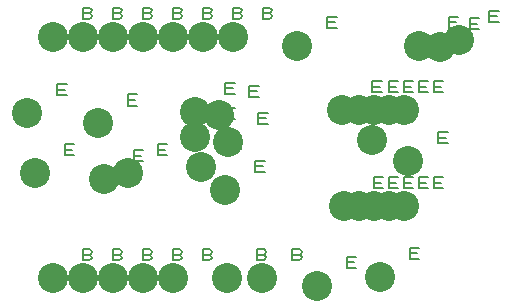
<source format=gbr>
%FSLAX35Y35*%
%MOIN*%
G04 EasyPC Gerber Version 18.0.8 Build 3632 *
%ADD151C,0.00500*%
%ADD150C,0.10000*%
X0Y0D02*
D02*
D150*
X50250Y61250D03*
X52750Y41250D03*
X58750Y6250D03*
Y86750D03*
X68750Y6250D03*
Y86750D03*
X73750Y57850D03*
X75750Y39250D03*
X78750Y6250D03*
Y86750D03*
X83750Y41250D03*
X88750Y6250D03*
Y86750D03*
X98750Y6250D03*
Y86750D03*
X106250Y53250D03*
Y61750D03*
X108250Y43250D03*
X108750Y86750D03*
X114250Y60750D03*
X116250Y35750D03*
X116847Y6266D03*
X117250Y51750D03*
X118750Y86750D03*
X128658Y6266D03*
X140250Y83750D03*
X146750Y3750D03*
X155250Y62250D03*
X155750Y30250D03*
X160750D03*
Y62250D03*
X165250Y52250D03*
X165750Y30250D03*
Y62250D03*
X167750Y6750D03*
X170750Y30250D03*
Y62250D03*
X175750Y30250D03*
Y62250D03*
X177250Y45250D03*
X180750Y83750D03*
X187750Y83250D03*
X194250Y85750D03*
D02*
D151*
X60250Y67187D02*
Y70937D01*
X63375*
X62750Y69063D02*
X60250D01*
Y67187D02*
X63375D01*
X62750Y47187D02*
Y50937D01*
X65875*
X65250Y49063D02*
X62750D01*
Y47187D02*
X65875D01*
X70937Y14063D02*
X71563Y13750D01*
X71875Y13125*
X71563Y12500*
X70937Y12187*
X68750*
Y15937*
X70937*
X71563Y15625*
X71875Y15000*
X71563Y14375*
X70937Y14063*
X68750*
X70937Y94563D02*
X71563Y94250D01*
X71875Y93625*
X71563Y93000*
X70937Y92687*
X68750*
Y96437*
X70937*
X71563Y96125*
X71875Y95500*
X71563Y94875*
X70937Y94563*
X68750*
X80937Y14063D02*
X81563Y13750D01*
X81875Y13125*
X81563Y12500*
X80937Y12187*
X78750*
Y15937*
X80937*
X81563Y15625*
X81875Y15000*
X81563Y14375*
X80937Y14063*
X78750*
X80937Y94563D02*
X81563Y94250D01*
X81875Y93625*
X81563Y93000*
X80937Y92687*
X78750*
Y96437*
X80937*
X81563Y96125*
X81875Y95500*
X81563Y94875*
X80937Y94563*
X78750*
X83750Y63787D02*
Y67537D01*
X86875*
X86250Y65663D02*
X83750D01*
Y63787D02*
X86875D01*
X85750Y45187D02*
Y48937D01*
X88875*
X88250Y47063D02*
X85750D01*
Y45187D02*
X88875D01*
X90937Y14063D02*
X91563Y13750D01*
X91875Y13125*
X91563Y12500*
X90937Y12187*
X88750*
Y15937*
X90937*
X91563Y15625*
X91875Y15000*
X91563Y14375*
X90937Y14063*
X88750*
X90937Y94563D02*
X91563Y94250D01*
X91875Y93625*
X91563Y93000*
X90937Y92687*
X88750*
Y96437*
X90937*
X91563Y96125*
X91875Y95500*
X91563Y94875*
X90937Y94563*
X88750*
X93750Y47187D02*
Y50937D01*
X96875*
X96250Y49063D02*
X93750D01*
Y47187D02*
X96875D01*
X100937Y14063D02*
X101563Y13750D01*
X101875Y13125*
X101563Y12500*
X100937Y12187*
X98750*
Y15937*
X100937*
X101563Y15625*
X101875Y15000*
X101563Y14375*
X100937Y14063*
X98750*
X100937Y94563D02*
X101563Y94250D01*
X101875Y93625*
X101563Y93000*
X100937Y92687*
X98750*
Y96437*
X100937*
X101563Y96125*
X101875Y95500*
X101563Y94875*
X100937Y94563*
X98750*
X110937Y14063D02*
X111563Y13750D01*
X111875Y13125*
X111563Y12500*
X110937Y12187*
X108750*
Y15937*
X110937*
X111563Y15625*
X111875Y15000*
X111563Y14375*
X110937Y14063*
X108750*
X110937Y94563D02*
X111563Y94250D01*
X111875Y93625*
X111563Y93000*
X110937Y92687*
X108750*
Y96437*
X110937*
X111563Y96125*
X111875Y95500*
X111563Y94875*
X110937Y94563*
X108750*
X116250Y59187D02*
Y62937D01*
X119375*
X118750Y61063D02*
X116250D01*
Y59187D02*
X119375D01*
X116250Y67687D02*
Y71437D01*
X119375*
X118750Y69563D02*
X116250D01*
Y67687D02*
X119375D01*
X118250Y49187D02*
Y52937D01*
X121375*
X120750Y51063D02*
X118250D01*
Y49187D02*
X121375D01*
X120937Y94563D02*
X121563Y94250D01*
X121875Y93625*
X121563Y93000*
X120937Y92687*
X118750*
Y96437*
X120937*
X121563Y96125*
X121875Y95500*
X121563Y94875*
X120937Y94563*
X118750*
X124250Y66687D02*
Y70437D01*
X127375*
X126750Y68563D02*
X124250D01*
Y66687D02*
X127375D01*
X126250Y41687D02*
Y45437D01*
X129375*
X128750Y43563D02*
X126250D01*
Y41687D02*
X129375D01*
X129035Y14079D02*
X129660Y13766D01*
X129972Y13141*
X129660Y12516*
X129035Y12204*
X126847*
Y15954*
X129035*
X129660Y15641*
X129972Y15016*
X129660Y14391*
X129035Y14079*
X126847*
X127250Y57687D02*
Y61437D01*
X130375*
X129750Y59563D02*
X127250D01*
Y57687D02*
X130375D01*
X130937Y94563D02*
X131563Y94250D01*
X131875Y93625*
X131563Y93000*
X130937Y92687*
X128750*
Y96437*
X130937*
X131563Y96125*
X131875Y95500*
X131563Y94875*
X130937Y94563*
X128750*
X140846Y14079D02*
X141471Y13766D01*
X141783Y13141*
X141471Y12516*
X140846Y12204*
X138658*
Y15954*
X140846*
X141471Y15641*
X141783Y15016*
X141471Y14391*
X140846Y14079*
X138658*
X150250Y89687D02*
Y93437D01*
X153375*
X152750Y91563D02*
X150250D01*
Y89687D02*
X153375D01*
X156750Y9687D02*
Y13437D01*
X159875*
X159250Y11563D02*
X156750D01*
Y9687D02*
X159875D01*
X165250Y68187D02*
Y71937D01*
X168375*
X167750Y70063D02*
X165250D01*
Y68187D02*
X168375D01*
X165750Y36187D02*
Y39937D01*
X168875*
X168250Y38063D02*
X165750D01*
Y36187D02*
X168875D01*
X170750D02*
Y39937D01*
X173875*
X173250Y38063D02*
X170750D01*
Y36187D02*
X173875D01*
X170750Y68187D02*
Y71937D01*
X173875*
X173250Y70063D02*
X170750D01*
Y68187D02*
X173875D01*
X175250Y58187D02*
Y61937D01*
X178375*
X177750Y60063D02*
X175250D01*
Y58187D02*
X178375D01*
X175750Y36187D02*
Y39937D01*
X178875*
X178250Y38063D02*
X175750D01*
Y36187D02*
X178875D01*
X175750Y68187D02*
Y71937D01*
X178875*
X178250Y70063D02*
X175750D01*
Y68187D02*
X178875D01*
X177750Y12687D02*
Y16437D01*
X180875*
X180250Y14563D02*
X177750D01*
Y12687D02*
X180875D01*
X180750Y36187D02*
Y39937D01*
X183875*
X183250Y38063D02*
X180750D01*
Y36187D02*
X183875D01*
X180750Y68187D02*
Y71937D01*
X183875*
X183250Y70063D02*
X180750D01*
Y68187D02*
X183875D01*
X185750Y36187D02*
Y39937D01*
X188875*
X188250Y38063D02*
X185750D01*
Y36187D02*
X188875D01*
X185750Y68187D02*
Y71937D01*
X188875*
X188250Y70063D02*
X185750D01*
Y68187D02*
X188875D01*
X187250Y51187D02*
Y54937D01*
X190375*
X189750Y53063D02*
X187250D01*
Y51187D02*
X190375D01*
X190750Y89687D02*
Y93437D01*
X193875*
X193250Y91563D02*
X190750D01*
Y89687D02*
X193875D01*
X197750Y89187D02*
Y92937D01*
X200875*
X200250Y91063D02*
X197750D01*
Y89187D02*
X200875D01*
X204250Y91687D02*
Y95437D01*
X207375*
X206750Y93563D02*
X204250D01*
Y91687D02*
X207375D01*
X0Y0D02*
M02*

</source>
